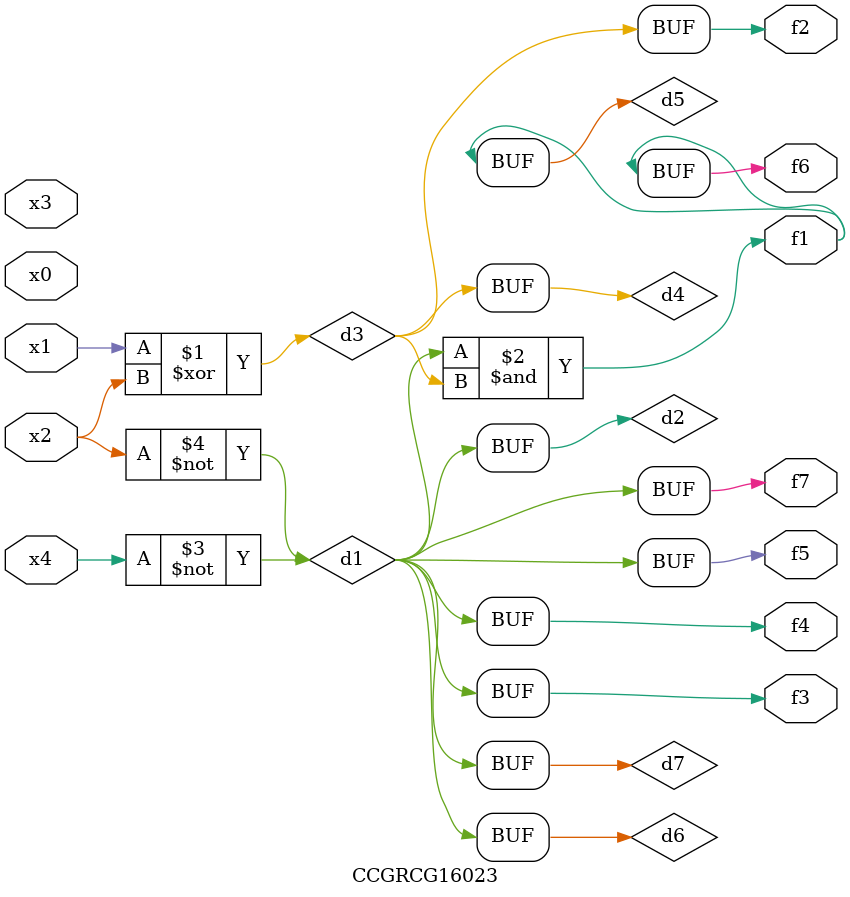
<source format=v>
module CCGRCG16023(
	input x0, x1, x2, x3, x4,
	output f1, f2, f3, f4, f5, f6, f7
);

	wire d1, d2, d3, d4, d5, d6, d7;

	not (d1, x4);
	not (d2, x2);
	xor (d3, x1, x2);
	buf (d4, d3);
	and (d5, d1, d3);
	buf (d6, d1, d2);
	buf (d7, d2);
	assign f1 = d5;
	assign f2 = d4;
	assign f3 = d7;
	assign f4 = d7;
	assign f5 = d7;
	assign f6 = d5;
	assign f7 = d7;
endmodule

</source>
